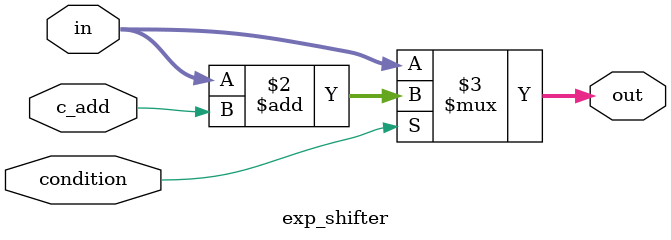
<source format=v>
module cordic_processor(
    input clk,
    input EN,
    input [8:-7] x,
    input [8:-7] y,
    input [8:-7] z,
    input [1:0] mode,
    output [8:-7] out
);


wire c_en,h_en,l_en;

assign h_en = EN ? 1'b1 : ~(mode== 2'b00);
assign c_en = EN ? 1'b1 : ~(mode== 2'b10);
assign l_en = EN ? 1'b1 : ~(mode== 2'b01);


cordic_bfloat_hypb h0 (
		.clk(clk), 
		.EN(h_en), 
		.z(z),
		.out(out)
    );

cordic_bfloat_circ c0 (
		.clk(clk), 
		.EN(c_en), 
		.z(z),
		.out(out)
    );

cordic_bfloat_linear l0(
        .clk(clk), 
		.EN(l_en),
        .x(x),
        .z(z),
        .out(out)
);


endmodule

module atanh_LOOKUP_linear(index, value);
    localparam EXP_SIZE = 8;
    localparam SIGN_SIZE = 1;
    localparam MANTISSA_SIZE = 7;

    input wire signed [7:0] index;
    output reg signed [SIGN_SIZE + EXP_SIZE-1:-MANTISSA_SIZE] value;

    always @(index)
    begin
        case (index)
            -5: value = 16'h4200;  //  atanh(1-2^(-7))=h02_c5481e
            -4: value = 16'h4180;  //  atanh(1-2^(-6))=h02_6c0b28
            -3: value = 16'h4100;  //  atanh(1-2^(-5))
            -2: value = 16'h4080;  //  atanh(1-2^(-4))
            -1: value = 16'h4000;  //  atanh(1-2^(-3))
            0:  value = 16'h3f80;  //  atanh(1-2^(-2))
            1:  value = 16'h3f00;  //  atanh(2^(-1))
            2:  value = 16'h3e80;  //  atanh(2^(-2))
            3:  value = 16'h3e00;  //  atanh(2^(-3))
            4:  value = 16'h3d80;  //  atanh(2^(-4))
            5:  value = 16'h3d00;  //  atanh(2^(-5))
            6:  value = 16'h3c80;  //  atanh(2^(-6))
            7:  value = 16'h3c00;  //  atanh(2^(-7))
            8:  value = 16'h3b7f;  //  atanh(2^(-8))
            9:  value = 16'h3aff;  //  atanh(2^(-9))
            10: value = 16'h3a7f;  //  atanh(2^(-10))
            11: value = 16'h39ff;  //  atanh(2^(-11))
            12: value = 16'h397f;  //  atanh(2^(-12))
            13: value = 16'h38ff;  //  atanh(2^(-13))
            default: 
                value = 16'h00_00;
        endcase
    end
endmodule

module cordic_bfloat_linear(
        input clk,
        input EN,
        input [8:-7] x,
        input [8:-7] z,
        output [15:0] out
);

    parameter EXP_SIZE = 8;
    parameter SIGN_SIZE = 1; 
    parameter MANTISSA_SIZE = 7;
    parameter SIGN_BIT = 9;                          // 8 | 7 6 5 4 3 2 1 0 | -1 -2 -3 -4 -5 -6 -7
                                                     // S |   EXPONENT BIT  |        MANTISSA

    reg signed [SIGN_SIZE + EXP_SIZE-1:-MANTISSA_SIZE] x_;
    reg signed [SIGN_SIZE + EXP_SIZE-1:-MANTISSA_SIZE] y_;
    reg signed [SIGN_SIZE + EXP_SIZE-1:-MANTISSA_SIZE] z_;
    reg signed [7:0] i;
    wire signed [SIGN_SIZE + EXP_SIZE-1:-MANTISSA_SIZE] Z_UPDATE;
    // wire signed [SIGN_SIZE + EXP_SIZE-1:-MANTISSA_SIZE] shifted_out;
    reg IS_FIRST4;
    reg IS_FIRST13;
    wire [8:-7] mid_out,y_out;
    wire [15:0] x_shift_out,y_shift_out,x_out,z_out,x_neg_out,x_pos_out,y_pos_out,y_neg_out;

    atanh_LOOKUP_linear LOOKUP(
        .index(i),
        .value(Z_UPDATE));

    fp_adder z1 (.mode(z_[SIGN_BIT-1]),.a(z_),.b(Z_UPDATE),.out(z_out));
    // rshift r11 (.a(x_),.shift_size(i),.pos_out(x_pos_out),.neg_out(x_neg_out));
    // rshift r12 (.a(y_),.shift_size(i),.pos_out(y_pos_out),.neg_out(y_neg_out));

    // assign x_shift_out = (i < 1) ? x_neg_out : x_pos_out;
    // assign y_shift_out = (i < 1) ? y_neg_out : y_pos_out;

    rshift r11 (.a(x_),.shift_size(i),.out(x_shift_out));
    rshift r12 (.a(y_),.shift_size(i),.out(y_shift_out));

    fp_adder x1 (.mode(~z_[SIGN_BIT-1]),.a(x_),.b(y_shift_out),.out(x_out));
    fp_adder y1 (.mode(~z_[SIGN_BIT-1]),.a(y_),.b(x_shift_out),.out(y_out));

    // fp_adder o (.mode(1'b1),.a(x_out),.b(y_out),.out(mid_out));
  
    assign out = {y_out[SIGN_BIT-1],(y_out[EXP_SIZE-1:0] + 8'd11),y_out[-1:-MANTISSA_SIZE]};



    always @(posedge clk)
    begin
        if (EN) //  Like Reset
        begin
            x_ <= x;
            y_ <= 16'h00_00;
            // z_ <= {4'h0,z,20'h00000};      // modify for decimal change
            z_ <= z;
            i <= -5;
            IS_FIRST4 <= 1'b1;
            IS_FIRST13 <= 1'b1;
        end
        else
        begin
            if(i<14)
            begin
                i <= i+1;
                x_ <= x_out;
                y_ <= y_out;
                z_ <= z_out;
            end
        end
    end
endmodule

module rshift(
    input [8:-7] a,
    input signed [7:0] shift_size,
    // output [15:0] pos_out,
    // output [15:0] neg_out
    output [15:0] out
);
parameter EXP_SIZE = 8;
parameter SIGN_BIT = 9; 
parameter MANTISSA_SIZE = 7;

wire [15:0] pos_out;
wire [15:0] neg_out;

assign pos_out = (a==16'd0) ? 16'd0 : ((shift_size < 1) ? {a[SIGN_BIT-1],(a[EXP_SIZE-1:0] + shift_size - 8'd2),a[-1:-MANTISSA_SIZE]} : {a[SIGN_BIT-1],a[EXP_SIZE-1:0] - shift_size,a[-1:-MANTISSA_SIZE]});

fp_adder z1 (.mode(1'b0),.a(a),.b(pos_out),.out(neg_out));

assign out = (a==16'd0) ? 16'd0 : ((shift_size < 1) ? neg_out : pos_out);

endmodule

module atanh_LOOKUP_circ(index, value);
    localparam EXP_SIZE = 8;
    localparam SIGN_SIZE = 1;
    localparam MANTISSA_SIZE = 7;

    input wire signed [7:0] index;
    output reg signed [SIGN_SIZE + EXP_SIZE-1:-MANTISSA_SIZE] value;

    always @(index)
    begin
        case (index)
            -5: value = 16'h42b0;  //  atanh(1-2^(-7))=h02_c5481e
            -4: value = 16'h42ac;  //  atanh(1-2^(-6))=h02_6c0b28
            -3: value = 16'h42a5;  //  atanh(1-2^(-5))
            -2: value = 16'h4297;  //  atanh(1-2^(-4))
            -1: value = 16'h427d;  //  atanh(1-2^(-3))
            0:  value = 16'h4234;  //  atanh(1-2^(-2))
            1:  value = 16'h41d4;  //  atanh(2^(-1))
            2:  value = 16'h4160;  //  atanh(2^(-2))
            3:  value = 16'h40e4;  //  atanh(2^(-3))
            4:  value = 16'h4064;  //  atanh(2^(-4))
            5:  value = 16'h3fe5;  //  atanh(2^(-5))
            6:  value = 16'h3f65;  //  atanh(2^(-6))
            7:  value = 16'h3ee5;  //  atanh(2^(-7))
            8:  value = 16'h3e65;  //  atanh(2^(-8))
            9:  value = 16'h3de5;  //  atanh(2^(-9))
            10: value = 16'h3d65;  //  atanh(2^(-10))
            11: value = 16'h3ce5;  //  atanh(2^(-11))
            12: value = 16'h3cd5;  //  atanh(2^(-12))
            13: value = 16'h3be5;  //  atanh(2^(-13))
            default: 
                value = 16'h00_00;
        endcase
    end
endmodule

module cordic_bfloat_circ(
        input clk,
        input EN,
        input [8:-7] z,
        output [15:0] out
);

    parameter EXP_SIZE = 8;
    parameter SIGN_SIZE = 1; 
    parameter MANTISSA_SIZE = 7;
    parameter SIGN_BIT = 9;                          // 8 | 7 6 5 4 3 2 1 0 | -1 -2 -3 -4 -5 -6 -7
                                                     // S |   EXPONENT BIT  |        MANTISSA

    reg signed [SIGN_SIZE + EXP_SIZE-1:-MANTISSA_SIZE] x_;
    reg signed [SIGN_SIZE + EXP_SIZE-1:-MANTISSA_SIZE] y_;
    reg signed [SIGN_SIZE + EXP_SIZE-1:-MANTISSA_SIZE] z_;
    reg signed [7:0] i;
    wire signed [SIGN_SIZE + EXP_SIZE-1:-MANTISSA_SIZE] Z_UPDATE;
    // wire signed [SIGN_SIZE + EXP_SIZE-1:-MANTISSA_SIZE] shifted_out;
    reg IS_FIRST4;
    reg IS_FIRST13;
    wire [8:-7] mid_out;
    wire [15:0] x_shift_out,y_shift_out,x_out,y_out,z_out,x_neg_out,x_pos_out,y_pos_out,y_neg_out;

    atanh_LOOKUP_circ LOOKUP(
        .index(i),
        .value(Z_UPDATE));

    fp_adder z1 (.mode(z_[SIGN_BIT-1]),.a(z_),.b(Z_UPDATE),.out(z_out));
    // rshift r11 (.a(x_),.shift_size(i),.pos_out(x_pos_out),.neg_out(x_neg_out));
    // rshift r12 (.a(y_),.shift_size(i),.pos_out(y_pos_out),.neg_out(y_neg_out));

    // assign x_shift_out = (i < 1) ? x_neg_out : x_pos_out;
    // assign y_shift_out = (i < 1) ? y_neg_out : y_pos_out;

    rshift r11 (.a(x_),.shift_size(i),.out(x_shift_out));
    rshift r12 (.a(y_),.shift_size(i),.out(y_shift_out));

    fp_adder x1 (.mode(~z_[SIGN_BIT-1]),.a(x_),.b(y_shift_out),.out(x_out));
    fp_adder y1 (.mode(~z_[SIGN_BIT-1]),.a(y_),.b(x_shift_out),.out(y_out));

    fp_adder o (.mode(1'b1),.a(x_out),.b(y_out),.out(mid_out));

    assign out = {mid_out[SIGN_BIT-1],(mid_out[EXP_SIZE-1:0] + 8'd11),mid_out[-1:-MANTISSA_SIZE]};



    always @(posedge clk)
    begin
        if (EN) //  Like Reset
        begin
            x_ <= 16'h3f80;
            y_ <= 16'h00_00;
            // z_ <= {4'h0,z,20'h00000};      // modify for decimal change
            z_ <= z;
            i <= -5;
            IS_FIRST4 <= 1'b1;
            IS_FIRST13 <= 1'b1;
        end
        else
        begin
            if(i<14)
            begin
                i <= i+1;
                x_ <= x_out;
                y_ <= y_out;
                z_ <= z_out;
            end
        end
    end
endmodule

// module rshift(
//     input [8:-7] a,
//     input signed [7:0] shift_size,
//     // output [15:0] pos_out,
//     // output [15:0] neg_out
//     output [15:0] out
// );
// parameter EXP_SIZE = 8;
// parameter SIGN_BIT = 9; 
// parameter MANTISSA_SIZE = 7;

// wire [15:0] pos_out;
// wire [15:0] neg_out;

// assign pos_out = (a==16'd0) ? 16'd0 : ((shift_size < 1) ? {a[SIGN_BIT-1],(a[EXP_SIZE-1:0] + shift_size - 8'd2),a[-1:-MANTISSA_SIZE]} : {a[SIGN_BIT-1],a[EXP_SIZE-1:0] - shift_size,a[-1:-MANTISSA_SIZE]});

// fp_adder z1 (.mode(1'b0),.a(a),.b(pos_out),.out(neg_out));

// assign out = (a==16'd0) ? 16'd0 : ((shift_size < 1) ? neg_out : pos_out);

// endmodule

module atanh_LOOKUP_hypb(index, value);
    localparam EXP_SIZE = 8;
    localparam SIGN_SIZE = 1;
    localparam MANTISSA_SIZE = 7;

    input wire signed [7:0] index;
    output reg signed [SIGN_SIZE + EXP_SIZE-1:-MANTISSA_SIZE] value;

    always @(index)
    begin
        case (index)
            -5: value = 16'h4031;  //  atanh(1-2^(-7))=h02_c5481e
            -4: value = 16'h401b;  //  atanh(1-2^(-6))=h02_6c0b28
            -3: value = 16'h4004;  //  atanh(1-2^(-5))
            -2: value = 16'h3fdb;  //  atanh(1-2^(-4))
            -1: value = 16'h3fad;  //  atanh(1-2^(-3))
            0:  value = 16'h3f79;  //  atanh(1-2^(-2))
            1:  value = 16'h3f0c;  //  atanh(2^(-1))
            2:  value = 16'h3e82;  //  atanh(2^(-2))
            3:  value = 16'h3e00;  //  atanh(2^(-3))
            4:  value = 16'h3d80;  //  atanh(2^(-4))
            5:  value = 16'h3d00;  //  atanh(2^(-5))
            6:  value = 16'h3c80;  //  atanh(2^(-6))
            7:  value = 16'h3c00;  //  atanh(2^(-7))
            8:  value = 16'h3b80;  //  atanh(2^(-8))
            9:  value = 16'h3b00;  //  atanh(2^(-9))
            10: value = 16'h3a80;  //  atanh(2^(-10))
            11: value = 16'h39ff;  //  atanh(2^(-11))
            12: value = 16'h3980;  //  atanh(2^(-12))
            13: value = 16'h3900;  //  atanh(2^(-13))
            default: 
                value = 16'h00_00;
        endcase
    end
endmodule

module cordic_bfloat_hypb(
        input clk,
        input EN,
        input [8:-7] z,
        output [15:0] out
);

    parameter EXP_SIZE = 8;
    parameter SIGN_SIZE = 1; 
    parameter MANTISSA_SIZE = 7;
    parameter SIGN_BIT = 9;                          // 8 | 7 6 5 4 3 2 1 0 | -1 -2 -3 -4 -5 -6 -7
                                                     // S |   EXPONENT BIT  |        MANTISSA

    reg signed [SIGN_SIZE + EXP_SIZE-1:-MANTISSA_SIZE] x_;
    reg signed [SIGN_SIZE + EXP_SIZE-1:-MANTISSA_SIZE] y_;
    reg signed [SIGN_SIZE + EXP_SIZE-1:-MANTISSA_SIZE] z_;
    reg signed [7:0] i;
    wire signed [SIGN_SIZE + EXP_SIZE-1:-MANTISSA_SIZE] Z_UPDATE;
    // wire signed [SIGN_SIZE + EXP_SIZE-1:-MANTISSA_SIZE] shifted_out;
    reg IS_FIRST4;
    reg IS_FIRST13;
    wire [8:-7] mid_out;
    wire [15:0] x_shift_out,y_shift_out,x_out,y_out,z_out,x_neg_out,x_pos_out,y_pos_out,y_neg_out;

    atanh_LOOKUP_hypb LOOKUP(
        .index(i),
        .value(Z_UPDATE));

    fp_adder z1 (.mode(z_[SIGN_BIT-1]),.a(z_),.b(Z_UPDATE),.out(z_out));
    // rshift r11 (.a(x_),.shift_size(i),.pos_out(x_pos_out),.neg_out(x_neg_out));
    // rshift r12 (.a(y_),.shift_size(i),.pos_out(y_pos_out),.neg_out(y_neg_out));

    // assign x_shift_out = (i < 1) ? x_neg_out : x_pos_out;
    // assign y_shift_out = (i < 1) ? y_neg_out : y_pos_out;

    rshift r11 (.a(x_),.shift_size(i),.out(x_shift_out));
    rshift r12 (.a(y_),.shift_size(i),.out(y_shift_out));

    fp_adder x1 (.mode(~z_[SIGN_BIT-1]),.a(x_),.b(y_shift_out),.out(x_out));
    fp_adder y1 (.mode(~z_[SIGN_BIT-1]),.a(y_),.b(x_shift_out),.out(y_out));

    fp_adder o (.mode(1'b1),.a(x_out),.b(y_out),.out(mid_out));

    assign out = {mid_out[SIGN_BIT-1],(mid_out[EXP_SIZE-1:0] + 8'd11),mid_out[-1:-MANTISSA_SIZE]};



    always @(posedge clk)
    begin
        if (EN) //  Like Reset
        begin
            x_ <= 16'h3f80;
            y_ <= 16'h00_00;
            // z_ <= {4'h0,z,20'h00000};      // modify for decimal change
            z_ <= z;
            i <= -5;
            IS_FIRST4 <= 1'b1;
            IS_FIRST13 <= 1'b1;
        end
        else
        begin
            if(i<14)
            begin
                i <= i+1;
                x_ <= x_out;
                y_ <= y_out;
                z_ <= z_out;
            end
        end
    end
endmodule

// module rshift(
//     input [8:-7] a,
//     input signed [7:0] shift_size,
//     // output [15:0] pos_out,
//     // output [15:0] neg_out
//     output [15:0] out
// );
// parameter EXP_SIZE = 8;
// parameter SIGN_BIT = 9; 
// parameter MANTISSA_SIZE = 7;

// wire [15:0] pos_out;
// wire [15:0] neg_out;

// assign pos_out = (a==16'd0) ? 16'd0 : ((shift_size < 1) ? {a[SIGN_BIT-1],(a[EXP_SIZE-1:0] + shift_size - 8'd2),a[-1:-MANTISSA_SIZE]} : {a[SIGN_BIT-1],a[EXP_SIZE-1:0] - shift_size,a[-1:-MANTISSA_SIZE]});

// fp_adder z1 (.mode(1'b0),.a(a),.b(pos_out),.out(neg_out));

// assign out = (a==16'd0) ? 16'd0 : ((shift_size < 1) ? neg_out : pos_out);

// endmodule
module fp_adder(
    a,
    b,
    out,
    mode
);
parameter EXP_SIZE = 8;
parameter SIGN_SIZE = 1; 
parameter MANTISSA_SIZE = 7;
parameter SIGN_BIT = 9;                             
integer i;
input [SIGN_SIZE + EXP_SIZE-1:-MANTISSA_SIZE] a;
input [SIGN_SIZE + EXP_SIZE-1:-MANTISSA_SIZE] b;

input mode;
output [SIGN_SIZE + EXP_SIZE-1:-MANTISSA_SIZE] out;

wire a_sign,b_sign,b_sign1,borrow,carry;
wire [MANTISSA_SIZE-1:0] a_mantissa,b_mantissa,m1_out,m2_out,out_mantissa;
wire [EXP_SIZE-1:0] a_exp,b_exp,sub_exp_out,m3_out,out_exp;
wire [MANTISSA_SIZE:0] p1_out,r1_out,p2_out,r2_out,a1_out;
wire outSignBit,condition;


assign {a_sign,a_exp,a_mantissa} = a;
assign {b_sign1,b_exp,b_mantissa} = b;
assign b_sign = mode ? b_sign1 : (~b_sign1); 

assign condition= (a_sign == b_sign) ? 1:0;
//assign b_sign = mode ? b_sign1 : (~b_sign1); 




sub #(.INPUT_SIZE(8)) s1 (a_exp,b_exp,sub_exp_out,borrow);


mux_2_1 #(.INPUT_SIZE(7)) m1 (b_mantissa,a_mantissa,borrow,m1_out);
mux_2_1 #(.INPUT_SIZE(7)) m2 (a_mantissa,b_mantissa,borrow,m2_out);

prepend #(.INPUT_SIZE(7)) p1 (m1_out,p1_out);
right_shift  #(.INPUT_SIZE(8),.SHIFT_SIZE(EXP_SIZE)) r1 (p1_out,sub_exp_out,r1_out,1'b1);
prepend #(.INPUT_SIZE(7)) p2 (m2_out,p2_out);

wire [7:0] sub_man_out;
wire man_borrow;
sub #(.INPUT_SIZE(8)) s2 (r1_out,p2_out,sub_man_out,man_borrow);
wire [7:0]man3_out,man4_out;
mux_2_1 #(.INPUT_SIZE(8)) m5 (r1_out,p2_out,man_borrow,man3_out);
mux_2_1 #(.INPUT_SIZE(8)) m4 (p2_out,r1_out,man_borrow,man4_out);

mux_2_1 #(.INPUT_SIZE(EXP_SIZE)) m3 (a_exp,b_exp,borrow,m3_out);

adder_sub_8_bit a1 (.a(man3_out),.b(man4_out),.out(a1_out),.condition(condition),.exp(m3_out),.exp_out(out_exp));

//exp_shifter e1(m3_out,carry,out_exp,condition);
//right_shift #(.INPUT_SIZE(8),.SHIFT_SIZE(1)) r2 (a1_out,carry,r2_out,condition);

assign out_mantissa = a1_out[MANTISSA_SIZE-1:0];


assign outSignBit = ((a_exp>b_exp)||((a_exp==b_exp)&&(a_mantissa>=b_mantissa))) ? a_sign : b_sign;
assign out = {outSignBit,out_exp,out_mantissa};

endmodule

module mux_2_1 #(parameter INPUT_SIZE = 8)(
    i1,
    i2,
    select,
    out
);
input [INPUT_SIZE-1: 0] i1;
input [INPUT_SIZE-1: 0] i2;
input select;
output [INPUT_SIZE-1: 0] out;

assign out = select ? i2 : i1;

endmodule

module sub #(parameter INPUT_SIZE = 7)(
    a,
    b,
    out,
    borrow
);
input [INPUT_SIZE-1: 0] a;
input [INPUT_SIZE-1: 0] b;
output [INPUT_SIZE-1: 0] out;
output borrow;

wire [INPUT_SIZE-1: 0]par_out;

assign par_out = a-b;
assign borrow = par_out[INPUT_SIZE-1];
assign out = borrow ? -par_out : par_out;

endmodule

module adder_sub_8_bit(
    a,
    b,
    out,
    condition,
    exp,
    exp_out
);
input [7:0] a;
input [7:0] b,exp;
input condition;
output reg [7:0] out;
output reg [7:0]exp_out;
 reg carry;
 integer i;

always @(a,b) begin
    if(condition) {carry,out}=a+b;
    else 
    if (a>b) begin
    {carry,out}=a-b;
    end
    else 
    {carry,out}=b-a;
    
     exp_out=exp;

    if(condition) begin
        out=out>>carry;
        exp_out=exp_out+carry;
    end
    else begin
      for(i=0;i<8&&out[7]!=1'b1;i=i+1)
       //while(out[7]!=1'b1)
        begin
           // if(out[7]!=1'b1)
            out=out<<1'b1;
            exp_out=exp_out-1'b1;
        end
    end
end




endmodule

 module right_shift #(parameter INPUT_SIZE = 8,parameter SHIFT_SIZE = 1)(
     in,
     shift_amount,
     out,
     condition
 );
 input [INPUT_SIZE-1:0] in;
 input [SHIFT_SIZE-1:0] shift_amount;
 output [INPUT_SIZE-1:0] out;
 input condition;
 assign out =condition? in >>> shift_amount : in << shift_amount;

 endmodule

module prepend #(parameter INPUT_SIZE = 7)(
    in,
    out
);
input [INPUT_SIZE-1:0] in;
output [INPUT_SIZE:0] out;

assign out = {1'b1,in};

endmodule

module exp_shifter(
    in,
    c_add,
    out,condition
);
input [7:0] in;
input c_add;
output [7:0] out;
input condition;
assign out = condition ? in + c_add :in;

endmodule

</source>
